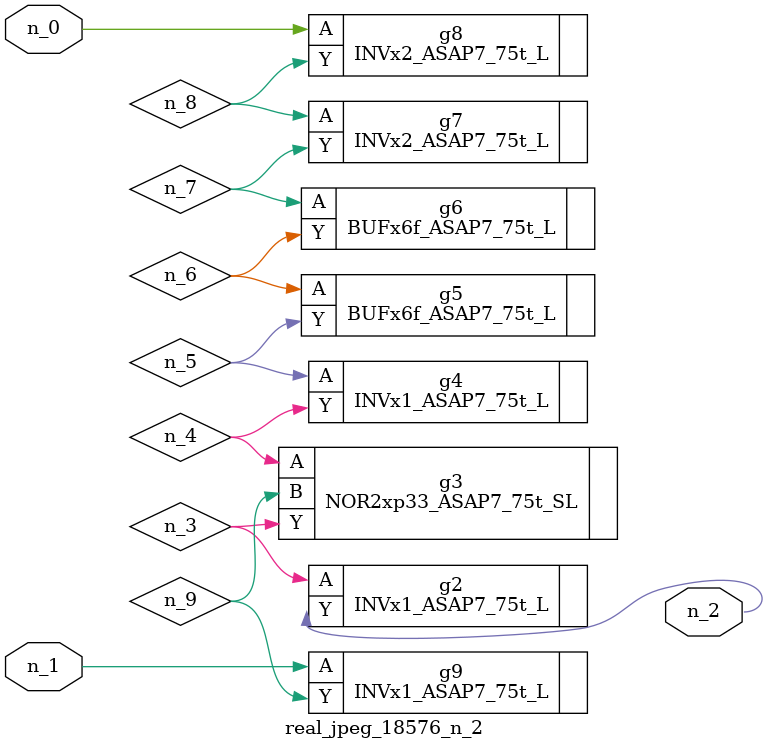
<source format=v>
module real_jpeg_18576_n_2 (n_1, n_0, n_2);

input n_1;
input n_0;

output n_2;

wire n_5;
wire n_4;
wire n_8;
wire n_6;
wire n_7;
wire n_3;
wire n_9;

INVx2_ASAP7_75t_L g8 ( 
.A(n_0),
.Y(n_8)
);

INVx1_ASAP7_75t_L g9 ( 
.A(n_1),
.Y(n_9)
);

INVx1_ASAP7_75t_L g2 ( 
.A(n_3),
.Y(n_2)
);

NOR2xp33_ASAP7_75t_SL g3 ( 
.A(n_4),
.B(n_9),
.Y(n_3)
);

INVx1_ASAP7_75t_L g4 ( 
.A(n_5),
.Y(n_4)
);

BUFx6f_ASAP7_75t_L g5 ( 
.A(n_6),
.Y(n_5)
);

BUFx6f_ASAP7_75t_L g6 ( 
.A(n_7),
.Y(n_6)
);

INVx2_ASAP7_75t_L g7 ( 
.A(n_8),
.Y(n_7)
);


endmodule
</source>
